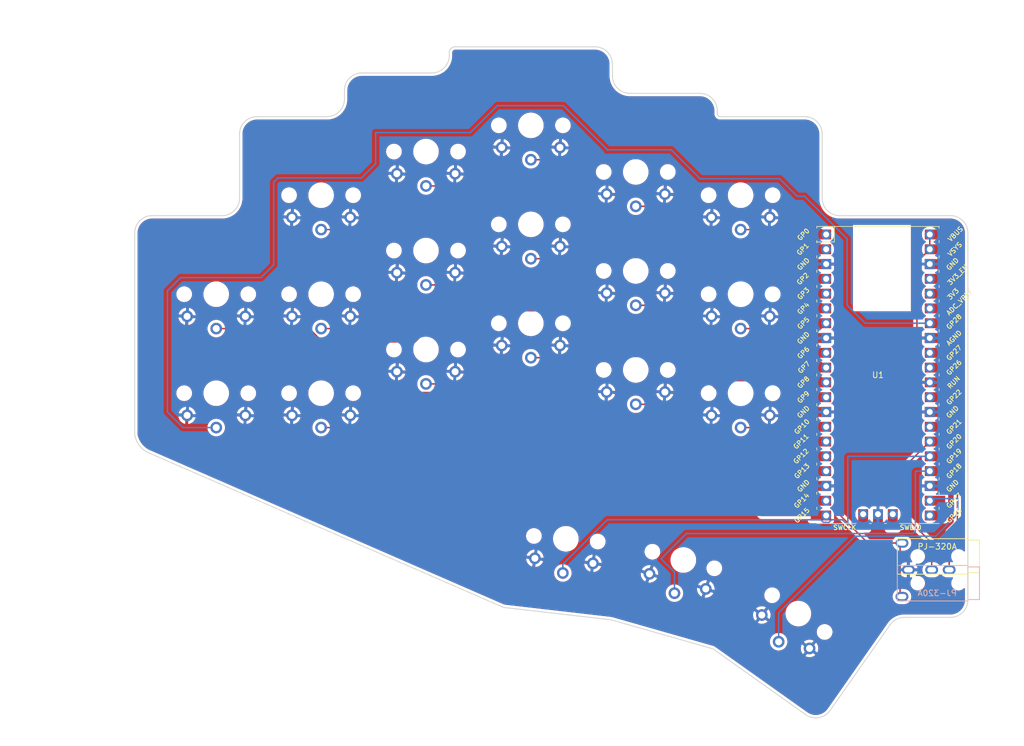
<source format=kicad_pcb>
(kicad_pcb (version 20211014) (generator pcbnew)
  (title_block (title "junkboard") (rev "v1.0.0") (company "Unknown"))
  (layers (0 "F.Cu" signal) (31 "B.Cu" signal) (34 "B.Paste" user) (35 "F.Paste" user) (36 "B.SilkS" user "B.Silkscreen") (37 "F.SilkS" user "F.Silkscreen") (38 "B.Mask" user) (39 "F.Mask" user) (44 "Edge.Cuts" user))
  (net 0 "")
  (net 1 "GND")
  (net 2 "/S1")
  (net 3 "/S2")
  (net 4 "/S3")
  (net 5 "/S4")
  (net 6 "/S5")
  (net 7 "/S6")
  (net 8 "/S7")
  (net 9 "/S8")
  (net 10 "/S9")
  (net 11 "/S10")
  (net 12 "/S11")
  (net 13 "/S12")
  (net 14 "/S13")
  (net 15 "/S14")
  (net 16 "/S15")
  (net 17 "/S16")
  (net 18 "/S17")
  (net 19 "/S18")
  (net 20 "/S19")
  (net 21 "/S20")
  (net 30 "/TX")
  (net 31 "/RX")
  (net 32 "VBUS")
  (footprint "chocReversible:Kailh-PG1350-1u-reversible" (layer "F.Cu") (at 178.47 159.93)
    (fp_text reference "S3")
    (fp_text value "SW" hide)
    (pad "" np_thru_hole circle (at 5.5 0 180) (size 1.7 1.7) (drill 1.7) (layers *.Cu *.Mask))
    (pad "" np_thru_hole circle (at 0 0 180) (size 3.4 3.4) (drill 3.4) (layers *.Cu *.Mask))
    (pad "" np_thru_hole circle (at -5.5 0 180) (size 1.7 1.7) (drill 1.7) (layers *.Cu *.Mask))
    (pad "1" thru_hole circle (at 0 5.9 180) (size 2 2) (drill 1.2) (layers *.Cu *.Mask) (net 4 "/S3"))
    (pad "2" thru_hole circle (at -5 3.8 41.9) (size 2 2) (drill 1.2) (layers *.Cu *.Mask) (net 1 "GND"))
    (pad "2" thru_hole circle (at 5 3.8 41.9) (size 2 2) (drill 1.2) (layers *.Cu *.Mask) (net 1 "GND"))
  )
  (footprint "keebio:TRRS-PJ-320A-dual" (layer "F.Cu") (at 289.46 190.26 -90)
    (fp_text reference "U2")
    (fp_text value "TRRS")
    (fp_text user "PJ-320A" (at 4 5.25) (layer "B.SilkS") (effects (justify mirror)))
    (fp_text user "PJ-320A" (at -4 5.25) (layer "F.SilkS"))
    (pad "" np_thru_hole circle locked (at -2.3 1.6 270) (size 1.5 1.5) (drill 1.5) (layers *.Cu *.Mask))
    (pad "" np_thru_hole circle locked (at -2.3 8.6 270) (size 1.5 1.5) (drill 1.5) (layers *.Cu *.Mask))
    (pad "" np_thru_hole circle locked (at 2.3 8.6 270) (size 1.5 1.5) (drill 1.5) (layers *.Cu *.Mask))
    (pad "" np_thru_hole circle locked (at 2.3 1.6 270) (size 1.5 1.5) (drill 1.5) (layers *.Cu *.Mask))
    (pad "1" thru_hole oval locked (at 4.6 11.3 270) (size 1.6 2.2) (drill oval 0.9 1.5) (layers *.Cu *.Mask) (net 32 "VBUS"))
    (pad "1" thru_hole oval locked (at -4.6 11.3 270) (size 1.6 2.2) (drill oval 0.9 1.5) (layers *.Cu *.Mask) (net 32 "VBUS"))
    (pad "2" thru_hole oval locked (at 0 10.2 270) (size 1.6 2.2) (drill oval 0.9 1.5) (layers *.Cu *.Mask) (net 1 "GND"))
    (pad "3" thru_hole oval locked (at 0 6.2 270) (size 1.6 2.2) (drill oval 0.9 1.5) (layers *.Cu *.Mask) (net 30 "/TX"))
    (pad "4" thru_hole oval locked (at 0 3.2 270) (size 1.6 2.2) (drill oval 0.9 1.5) (layers *.Cu *.Mask) (net 31 "/RX"))
  )
  (footprint "chocReversible:Kailh-PG1350-1u-reversible" (layer "F.Cu") (at 232.47 138.93)
    (fp_text reference "S13")
    (fp_text value "SW" hide)
    (pad "" np_thru_hole circle (at 5.5 0 180) (size 1.7 1.7) (drill 1.7) (layers *.Cu *.Mask))
    (pad "" np_thru_hole circle (at 0 0 180) (size 3.4 3.4) (drill 3.4) (layers *.Cu *.Mask))
    (pad "" np_thru_hole circle (at -5.5 0 180) (size 1.7 1.7) (drill 1.7) (layers *.Cu *.Mask))
    (pad "1" thru_hole circle (at 0 5.9 180) (size 2 2) (drill 1.2) (layers *.Cu *.Mask) (net 14 "/S13"))
    (pad "2" thru_hole circle (at -5 3.8 41.9) (size 2 2) (drill 1.2) (layers *.Cu *.Mask) (net 1 "GND"))
    (pad "2" thru_hole circle (at 5 3.8 41.9) (size 2 2) (drill 1.2) (layers *.Cu *.Mask) (net 1 "GND"))
  )
  (footprint "chocReversible:Kailh-PG1350-1u-reversible" (layer "F.Cu") (at 214.47 130.93)
    (fp_text reference "S10")
    (fp_text value "SW" hide)
    (pad "" np_thru_hole circle (at 5.5 0 180) (size 1.7 1.7) (drill 1.7) (layers *.Cu *.Mask))
    (pad "" np_thru_hole circle (at -5.5 0 180) (size 1.7 1.7) (drill 1.7) (layers *.Cu *.Mask))
    (pad "" np_thru_hole circle (at 0 0 180) (size 3.4 3.4) (drill 3.4) (layers *.Cu *.Mask))
    (pad "1" thru_hole circle (at 0 5.9 180) (size 2 2) (drill 1.2) (layers *.Cu *.Mask) (net 11 "/S10"))
    (pad "2" thru_hole circle (at -5 3.8 41.9) (size 2 2) (drill 1.2) (layers *.Cu *.Mask) (net 1 "GND"))
    (pad "2" thru_hole circle (at 5 3.8 41.9) (size 2 2) (drill 1.2) (layers *.Cu *.Mask) (net 1 "GND"))
  )
  (footprint "chocReversible:Kailh-PG1350-1u-reversible" (layer "F.Cu") (at 250.47 125.93)
    (fp_text reference "S17")
    (fp_text value "SW" hide)
    (pad "" np_thru_hole circle (at 0 0 180) (size 3.4 3.4) (drill 3.4) (layers *.Cu *.Mask))
    (pad "" np_thru_hole circle (at -5.5 0 180) (size 1.7 1.7) (drill 1.7) (layers *.Cu *.Mask))
    (pad "" np_thru_hole circle (at 5.5 0 180) (size 1.7 1.7) (drill 1.7) (layers *.Cu *.Mask))
    (pad "1" thru_hole circle (at 0 5.9 180) (size 2 2) (drill 1.2) (layers *.Cu *.Mask) (net 18 "/S17"))
    (pad "2" thru_hole circle (at 5 3.8 41.9) (size 2 2) (drill 1.2) (layers *.Cu *.Mask) (net 1 "GND"))
    (pad "2" thru_hole circle (at -5 3.8 41.9) (size 2 2) (drill 1.2) (layers *.Cu *.Mask) (net 1 "GND"))
  )
  (footprint "chocReversible:Kailh-PG1350-1u-reversible" (layer "F.Cu") (at 196.47 118.43)
    (fp_text reference "S8")
    (fp_text value "SW" hide)
    (pad "" np_thru_hole circle (at -5.5 0 180) (size 1.7 1.7) (drill 1.7) (layers *.Cu *.Mask))
    (pad "" np_thru_hole circle (at 5.5 0 180) (size 1.7 1.7) (drill 1.7) (layers *.Cu *.Mask))
    (pad "" np_thru_hole circle (at 0 0 180) (size 3.4 3.4) (drill 3.4) (layers *.Cu *.Mask))
    (pad "1" thru_hole circle (at 0 5.9 180) (size 2 2) (drill 1.2) (layers *.Cu *.Mask) (net 9 "/S8"))
    (pad "2" thru_hole circle (at -5 3.8 41.9) (size 2 2) (drill 1.2) (layers *.Cu *.Mask) (net 1 "GND"))
    (pad "2" thru_hole circle (at 5 3.8 41.9) (size 2 2) (drill 1.2) (layers *.Cu *.Mask) (net 1 "GND"))
  )
  (footprint "chocReversible:Kailh-PG1350-1u-reversible" (layer "F.Cu") (at 214.47 113.93)
    (fp_text reference "S11")
    (fp_text value "SW" hide)
    (pad "" np_thru_hole circle (at -5.5 0 180) (size 1.7 1.7) (drill 1.7) (layers *.Cu *.Mask))
    (pad "" np_thru_hole circle (at 5.5 0 180) (size 1.7 1.7) (drill 1.7) (layers *.Cu *.Mask))
    (pad "" np_thru_hole circle (at 0 0 180) (size 3.4 3.4) (drill 3.4) (layers *.Cu *.Mask))
    (pad "1" thru_hole circle (at 0 5.9 180) (size 2 2) (drill 1.2) (layers *.Cu *.Mask) (net 12 "/S11"))
    (pad "2" thru_hole circle (at -5 3.8 41.9) (size 2 2) (drill 1.2) (layers *.Cu *.Mask) (net 1 "GND"))
    (pad "2" thru_hole circle (at 5 3.8 41.9) (size 2 2) (drill 1.2) (layers *.Cu *.Mask) (net 1 "GND"))
  )
  (footprint "chocReversible:Kailh-PG1350-1u-reversible" (layer "F.Cu") (at 178.47 125.93)
    (fp_text reference "S5")
    (fp_text value "SW" hide)
    (pad "" np_thru_hole circle (at 5.5 0 180) (size 1.7 1.7) (drill 1.7) (layers *.Cu *.Mask))
    (pad "" np_thru_hole circle (at -5.5 0 180) (size 1.7 1.7) (drill 1.7) (layers *.Cu *.Mask))
    (pad "" np_thru_hole circle (at 0 0 180) (size 3.4 3.4) (drill 3.4) (layers *.Cu *.Mask))
    (pad "1" thru_hole circle (at 0 5.9 180) (size 2 2) (drill 1.2) (layers *.Cu *.Mask) (net 6 "/S5"))
    (pad "2" thru_hole circle (at -5 3.8 41.9) (size 2 2) (drill 1.2) (layers *.Cu *.Mask) (net 1 "GND"))
    (pad "2" thru_hole circle (at 5 3.8 41.9) (size 2 2) (drill 1.2) (layers *.Cu *.Mask) (net 1 "GND"))
  )
  (footprint "chocReversible:Kailh-PG1350-1u-reversible" (layer "F.Cu") (at 160.47 142.93)
    (fp_text reference "S2")
    (fp_text value "SW" hide)
    (pad "" np_thru_hole circle (at 0 0 180) (size 3.4 3.4) (drill 3.4) (layers *.Cu *.Mask))
    (pad "" np_thru_hole circle (at -5.5 0 180) (size 1.7 1.7) (drill 1.7) (layers *.Cu *.Mask))
    (pad "" np_thru_hole circle (at 5.5 0 180) (size 1.7 1.7) (drill 1.7) (layers *.Cu *.Mask))
    (pad "1" thru_hole circle (at 0 5.9 180) (size 2 2) (drill 1.2) (layers *.Cu *.Mask) (net 3 "/S2"))
    (pad "2" thru_hole circle (at 5 3.8 41.9) (size 2 2) (drill 1.2) (layers *.Cu *.Mask) (net 1 "GND"))
    (pad "2" thru_hole circle (at -5 3.8 41.9) (size 2 2) (drill 1.2) (layers *.Cu *.Mask) (net 1 "GND"))
  )
  (footprint "chocReversible:Kailh-PG1350-1u-reversible" (layer "F.Cu") (at 240.63998 188.575012 -15)
    (fp_text reference "S19")
    (fp_text value "SW" hide)
    (pad "" np_thru_hole circle (at -5.5 0 165) (size 1.7 1.7) (drill 1.7) (layers *.Cu *.Mask))
    (pad "" np_thru_hole circle (at 5.5 0 165) (size 1.7 1.7) (drill 1.7) (layers *.Cu *.Mask))
    (pad "" np_thru_hole circle (at 0 0 165) (size 3.4 3.4) (drill 3.4) (layers *.Cu *.Mask))
    (pad "1" thru_hole circle (at 0 5.9 165) (size 2 2) (drill 1.2) (layers *.Cu *.Mask) (net 20 "/S19"))
    (pad "2" thru_hole circle (at -5 3.8 26.9) (size 2 2) (drill 1.2) (layers *.Cu *.Mask) (net 1 "GND"))
    (pad "2" thru_hole circle (at 5 3.8 26.9) (size 2 2) (drill 1.2) (layers *.Cu *.Mask) (net 1 "GND"))
  )
  (footprint "chocReversible:Kailh-PG1350-1u-reversible" (layer "F.Cu") (at 196.47 152.43)
    (fp_text reference "S6")
    (fp_text value "SW" hide)
    (pad "" np_thru_hole circle (at 0 0 180) (size 3.4 3.4) (drill 3.4) (layers *.Cu *.Mask))
    (pad "" np_thru_hole circle (at 5.5 0 180) (size 1.7 1.7) (drill 1.7) (layers *.Cu *.Mask))
    (pad "" np_thru_hole circle (at -5.5 0 180) (size 1.7 1.7) (drill 1.7) (layers *.Cu *.Mask))
    (pad "1" thru_hole circle (at 0 5.9 180) (size 2 2) (drill 1.2) (layers *.Cu *.Mask) (net 7 "/S6"))
    (pad "2" thru_hole circle (at 5 3.8 41.9) (size 2 2) (drill 1.2) (layers *.Cu *.Mask) (net 1 "GND"))
    (pad "2" thru_hole circle (at -5 3.8 41.9) (size 2 2) (drill 1.2) (layers *.Cu *.Mask) (net 1 "GND"))
  )
  (footprint "chocReversible:Kailh-PG1350-1u-reversible" (layer "F.Cu") (at 250.47 142.93)
    (fp_text reference "S16")
    (fp_text value "SW" hide)
    (pad "" np_thru_hole circle (at 0 0 180) (size 3.4 3.4) (drill 3.4) (layers *.Cu *.Mask))
    (pad "" np_thru_hole circle (at -5.5 0 180) (size 1.7 1.7) (drill 1.7) (layers *.Cu *.Mask))
    (pad "" np_thru_hole circle (at 5.5 0 180) (size 1.7 1.7) (drill 1.7) (layers *.Cu *.Mask))
    (pad "1" thru_hole circle (at 0 5.9 180) (size 2 2) (drill 1.2) (layers *.Cu *.Mask) (net 17 "/S16"))
    (pad "2" thru_hole circle (at -5 3.8 41.9) (size 2 2) (drill 1.2) (layers *.Cu *.Mask) (net 1 "GND"))
    (pad "2" thru_hole circle (at 5 3.8 41.9) (size 2 2) (drill 1.2) (layers *.Cu *.Mask) (net 1 "GND"))
  )
  (footprint "chocReversible:Kailh-PG1350-1u-reversible" (layer "F.Cu") (at 260.379303 197.77961 -35)
    (fp_text reference "S20")
    (fp_text value "SW" hide)
    (pad "" np_thru_hole circle (at 0 0 145) (size 3.4 3.4) (drill 3.4) (layers *.Cu *.Mask))
    (pad "" np_thru_hole circle (at 5.5 0 145) (size 1.7 1.7) (drill 1.7) (layers *.Cu *.Mask))
    (pad "" np_thru_hole circle (at -5.5 0 145) (size 1.7 1.7) (drill 1.7) (layers *.Cu *.Mask))
    (pad "1" thru_hole circle (at 0 5.9 145) (size 2 2) (drill 1.2) (layers *.Cu *.Mask) (net 21 "/S20"))
    (pad "2" thru_hole circle (at 5 3.8 6.9) (size 2 2) (drill 1.2) (layers *.Cu *.Mask) (net 1 "GND"))
    (pad "2" thru_hole circle (at -5 3.8 6.9) (size 2 2) (drill 1.2) (layers *.Cu *.Mask) (net 1 "GND"))
  )
  (footprint "chocReversible:Kailh-PG1350-1u-reversible" (layer "F.Cu") (at 232.47 121.93)
    (fp_text reference "S14")
    (fp_text value "SW" hide)
    (pad "" np_thru_hole circle (at -5.5 0 180) (size 1.7 1.7) (drill 1.7) (layers *.Cu *.Mask))
    (pad "" np_thru_hole circle (at 5.5 0 180) (size 1.7 1.7) (drill 1.7) (layers *.Cu *.Mask))
    (pad "" np_thru_hole circle (at 0 0 180) (size 3.4 3.4) (drill 3.4) (layers *.Cu *.Mask))
    (pad "1" thru_hole circle (at 0 5.9 180) (size 2 2) (drill 1.2) (layers *.Cu *.Mask) (net 15 "/S14"))
    (pad "2" thru_hole circle (at -5 3.8 41.9) (size 2 2) (drill 1.2) (layers *.Cu *.Mask) (net 1 "GND"))
    (pad "2" thru_hole circle (at 5 3.8 41.9) (size 2 2) (drill 1.2) (layers *.Cu *.Mask) (net 1 "GND"))
  )
  (footprint "chocReversible:Kailh-PG1350-1u-reversible" (layer "F.Cu") (at 196.47 135.43)
    (fp_text reference "S7")
    (fp_text value "SW" hide)
    (pad "" np_thru_hole circle (at -5.5 0 180) (size 1.7 1.7) (drill 1.7) (layers *.Cu *.Mask))
    (pad "" np_thru_hole circle (at 5.5 0 180) (size 1.7 1.7) (drill 1.7) (layers *.Cu *.Mask))
    (pad "" np_thru_hole circle (at 0 0 180) (size 3.4 3.4) (drill 3.4) (layers *.Cu *.Mask))
    (pad "1" thru_hole circle (at 0 5.9 180) (size 2 2) (drill 1.2) (layers *.Cu *.Mask) (net 8 "/S7"))
    (pad "2" thru_hole circle (at 5 3.8 41.9) (size 2 2) (drill 1.2) (layers *.Cu *.Mask) (net 1 "GND"))
    (pad "2" thru_hole circle (at -5 3.8 41.9) (size 2 2) (drill 1.2) (layers *.Cu *.Mask) (net 1 "GND"))
  )
  (footprint "chocReversible:Kailh-PG1350-1u-reversible" (layer "F.Cu") (at 178.47 142.93)
    (fp_text reference "S4")
    (fp_text value "SW" hide)
    (pad "" np_thru_hole circle (at 0 0 180) (size 3.4 3.4) (drill 3.4) (layers *.Cu *.Mask))
    (pad "" np_thru_hole circle (at -5.5 0 180) (size 1.7 1.7) (drill 1.7) (layers *.Cu *.Mask))
    (pad "" np_thru_hole circle (at 5.5 0 180) (size 1.7 1.7) (drill 1.7) (layers *.Cu *.Mask))
    (pad "1" thru_hole circle (at 0 5.9 180) (size 2 2) (drill 1.2) (layers *.Cu *.Mask) (net 5 "/S4"))
    (pad "2" thru_hole circle (at 5 3.8 41.9) (size 2 2) (drill 1.2) (layers *.Cu *.Mask) (net 1 "GND"))
    (pad "2" thru_hole circle (at -5 3.8 41.9) (size 2 2) (drill 1.2) (layers *.Cu *.Mask) (net 1 "GND"))
  )
  (footprint "pico:RPi_Pico_SMD_TH" (layer "F.Cu") (at 274.04 156.8)
    (fp_text reference "U1" (at 0 0) (layer "F.SilkS"))
    (fp_text value "Pico")
    (fp_text user "GP21" (at 13.054 8.9 45) (layer "F.SilkS") (effects (font (size 0.8 0.8))))
    (fp_text user "GP18" (at 13.054 16.51 45) (layer "F.SilkS") (effects (font (size 0.8 0.8))))
    (fp_text user "AGND" (at 13.054 -6.35 45) (layer "F.SilkS") (effects (font (size 0.8 0.8))))
    (fp_text user "GP16" (at 13.054 24.13 45) (layer "F.SilkS") (effects (font (size 0.8 0.8))))
    (fp_text user "GP1" (at -12.9 -21.6 45) (layer "F.SilkS") (effects (font (size 0.8 0.8))))
    (fp_text user "GP15" (at -13.054 24.13 45) (layer "F.SilkS") (effects (font (size 0.8 0.8))))
    (fp_text user "GND" (at -12.8 19.05 45) (layer "F.SilkS") (effects (font (size 0.8 0.8))))
    (fp_text user "SWDIO" (at 5.6 26.2) (layer "F.SilkS") (effects (font (size 0.8 0.8))))
    (fp_text user "GND" (at 12.8 19.05 45) (layer "F.SilkS") (effects (font (size 0.8 0.8))))
    (fp_text user "GP11" (at -13.2 11.43 45) (layer "F.SilkS") (effects (font (size 0.8 0.8))))
    (fp_text user "RUN" (at 13 1.27 45) (layer "F.SilkS") (effects (font (size 0.8 0.8))))
    (fp_text user "GP22" (at 13.054 3.81 45) (layer "F.SilkS") (effects (font (size 0.8 0.8))))
    (fp_text user "GP28" (at 13.054 -9.144 45) (layer "F.SilkS") (effects (font (size 0.8 0.8))))
    (fp_text user "GND" (at -12.8 -6.35 45) (layer "F.SilkS") (effects (font (size 0.8 0.8))))
    (fp_text user "GP6" (at -12.8 -3.81 45) (layer "F.SilkS") (effects (font (size 0.8 0.8))))
    (fp_text user "ADC_VREF" (at 14 -12.5 45) (layer "F.SilkS") (effects (font (size 0.8 0.8))))
    (fp_text user "GP3" (at -12.8 -13.97 45) (layer "F.SilkS") (effects (font (size 0.8 0.8))))
    (fp_text user "GP8" (at -12.8 1.27 45) (layer "F.SilkS") (effects (font (size 0.8 0.8))))
    (fp_text user "GP12" (at -13.2 13.97 45) (layer "F.SilkS") (effects (font (size 0.8 0.8))))
    (fp_text user "VBUS" (at 13.3 -24.2 45) (layer "F.SilkS") (effects (font (size 0.8 0.8))))
    (fp_text user "GND" (at -12.8 6.35 45) (layer "F.SilkS") (effects (font (size 0.8 0.8))))
    (fp_text user "GND" (at 12.8 6.35 45) (layer "F.SilkS") (effects (font (size 0.8 0.8))))
    (fp_text user "GND" (at -12.8 -19.05 45) (layer "F.SilkS") (effects (font (size 0.8 0.8))))
    (fp_text user "3V3" (at 12.9 -13.9 45) (layer "F.SilkS") (effects (font (size 0.8 0.8))))
    (fp_text user "GP5" (at -12.8 -8.89 45) (layer "F.SilkS") (effects (font (size 0.8 0.8))))
    (fp_text user "GP17" (at 13.054 21.59 45) (layer "F.SilkS") (effects (font (size 0.8 0.8))))
    (fp_text user "GP4" (at -12.8 -11.43 45) (layer "F.SilkS") (effects (font (size 0.8 0.8))))
    (fp_text user "GP0" (at -12.8 -24.13 45) (layer "F.SilkS") (effects (font (size 0.8 0.8))))
    (fp_text user "GP19" (at 13.054 13.97 45) (layer "F.SilkS") (effects (font (size 0.8 0.8))))
    (fp_text user "GP20" (at 13.054 11.43 45) (layer "F.SilkS") (effects (font (size 0.8 0.8))))
    (fp_text user "GP14" (at -13.1 21.59 45) (layer "F.SilkS") (effects (font (size 0.8 0.8))))
    (fp_text user "GND" (at 12.8 -19.05 45) (layer "F.SilkS") (effects (font (size 0.8 0.8))))
    (fp_text user "GP10" (at -13.054 8.89 45) (layer "F.SilkS") (effects (font (size 0.8 0.8))))
    (fp_text user "GP13" (at -13.054 16.51 45) (layer "F.SilkS") (effects (font (size 0.8 0.8))))
    (fp_text user "GP9" (at -12.8 3.81 45) (layer "F.SilkS") (effects (font (size 0.8 0.8))))
    (fp_text user "GP2" (at -12.9 -16.51 45) (layer "F.SilkS") (effects (font (size 0.8 0.8))))
    (fp_text user "SWCLK" (at -5.7 26.2) (layer "F.SilkS") (effects (font (size 0.8 0.8))))
    (fp_text user "GP27" (at 13.054 -3.8 45) (layer "F.SilkS") (effects (font (size 0.8 0.8))))
    (fp_text user "GP7" (at -12.7 -1.3 45) (layer "F.SilkS") (effects (font (size 0.8 0.8))))
    (fp_text user "VSYS" (at 13.2 -21.59 45) (layer "F.SilkS") (effects (font (size 0.8 0.8))))
    (fp_text user "GP26" (at 13.054 -1.27 45) (layer "F.SilkS") (effects (font (size 0.8 0.8))))
    (fp_text user "3V3_EN" (at 13.7 -17.2 45) (layer "F.SilkS") (effects (font (size 0.8 0.8))))
    (pad "" np_thru_hole oval (at -2.425 -20.97) (size 1.5 1.5) (drill 1.5) (layers *.Cu *.Mask))
    (pad "" np_thru_hole oval (at 2.725 -24) (size 1.8 1.8) (drill 1.8) (layers *.Cu *.Mask))
    (pad "" np_thru_hole oval (at -2.725 -24) (size 1.8 1.8) (drill 1.8) (layers *.Cu *.Mask))
    (pad "" np_thru_hole oval (at 2.425 -20.97) (size 1.5 1.5) (drill 1.5) (layers *.Cu *.Mask))
    (pad "1" thru_hole oval (at -8.89 -24.13) (size 1.7 1.7) (drill 1.02) (layers *.Cu *.Mask) (net 18 "/S17"))
    (pad "1" smd rect (at -8.89 -24.13) (size 3.5 1.7) (drill (offset -0.9 0)) (layers "F.Cu" "F.Mask") (net 18 "/S17"))
    (pad "2" smd rect (at -8.89 -21.59) (size 3.5 1.7) (drill (offset -0.9 0)) (layers "F.Cu" "F.Mask") (net 15 "/S14"))
    (pad "2" thru_hole oval (at -8.89 -21.59) (size 1.7 1.7) (drill 1.02) (layers *.Cu *.Mask) (net 15 "/S14"))
    (pad "3" smd rect (at -8.89 -19.05) (size 3.5 1.7) (drill (offset -0.9 0)) (layers "F.Cu" "F.Mask") (net 1 "GND"))
    (pad "3" thru_hole rect (at -8.89 -19.05) (size 1.7 1.7) (drill 1.02) (layers *.Cu *.Mask) (net 1 "GND"))
    (pad "4" thru_hole oval (at -8.89 -16.51) (size 1.7 1.7) (drill 1.02) (layers *.Cu *.Mask) (net 12 "/S11"))
    (pad "4" smd rect (at -8.89 -16.51) (size 3.5 1.7) (drill (offset -0.9 0)) (layers "F.Cu" "F.Mask") (net 12 "/S11"))
    (pad "5" thru_hole oval (at -8.89 -13.97) (size 1.7 1.7) (drill 1.02) (layers *.Cu *.Mask) (net 9 "/S8"))
    (pad "5" smd rect (at -8.89 -13.97) (size 3.5 1.7) (drill (offset -0.9 0)) (layers "F.Cu" "F.Mask") (net 9 "/S8"))
    (pad "6" smd rect (at -8.89 -11.43) (size 3.5 1.7) (drill (offset -0.9 0)) (layers "F.Cu" "F.Mask") (net 6 "/S5"))
    (pad "6" thru_hole oval (at -8.89 -11.43) (size 1.7 1.7) (drill 1.02) (layers *.Cu *.Mask) (net 6 "/S5"))
    (pad "7" thru_hole oval (at -8.89 -8.89) (size 1.7 1.7) (drill 1.02) (layers *.Cu *.Mask) (net 17 "/S16"))
    (pad "7" smd rect (at -8.89 -8.89) (size 3.5 1.7) (drill (offset -0.9 0)) (layers "F.Cu" "F.Mask") (net 17 "/S16"))
    (pad "8" smd rect (at -8.89 -6.35) (size 3.5 1.7) (drill (offset -0.9 0)) (layers "F.Cu" "F.Mask") (net 1 "GND"))
    (pad "8" thru_hole rect (at -8.89 -6.35) (size 1.7 1.7) (drill 1.02) (layers *.Cu *.Mask) (net 1 "GND"))
    (pad "9" smd rect (at -8.89 -3.81) (size 3.5 1.7) (drill (offset -0.9 0)) (layers "F.Cu" "F.Mask") (net 14 "/S13"))
    (pad "9" thru_hole oval (at -8.89 -3.81) (size 1.7 1.7) (drill 1.02) (layers *.Cu *.Mask) (net 14 "/S13"))
    (pad "10" smd rect (at -8.89 -1.27) (size 3.5 1.7) (drill (offset -0.9 0)) (layers "F.Cu" "F.Mask") (net 11 "/S10"))
    (pad "10" thru_hole oval (at -8.89 -1.27) (size 1.7 1.7) (drill 1.02) (layers *.Cu *.Mask) (net 11 "/S10"))
    (pad "11" thru_hole oval (at -8.89 1.27) (size 1.7 1.7) (drill 1.02) (layers *.Cu *.Mask) (net 8 "/S7"))
    (pad "11" smd rect (at -8.89 1.27) (size 3.5 1.7) (drill (offset -0.9 0)) (layers "F.Cu" "F.Mask") (net 8 "/S7"))
    (pad "12" smd rect (at -8.89 3.81) (size 3.5 1.7) (drill (offset -0.9 0)) (layers "F.Cu" "F.Mask") (net 5 "/S4"))
    (pad "12" thru_hole oval (at -8.89 3.81) (size 1.7 1.7) (drill 1.02) (layers *.Cu *.Mask) (net 5 "/S4"))
    (pad "13" smd rect (at -8.89 6.35) (size 3.5 1.7) (drill (offset -0.9 0)) (layers "F.Cu" "F.Mask") (net 1 "GND"))
    (pad "13" thru_hole rect (at -8.89 6.35) (size 1.7 1.7) (drill 1.02) (layers *.Cu *.Mask) (net 1 "GND"))
    (pad "14" thru_hole oval (at -8.89 8.89) (size 1.7 1.7) (drill 1.02) (layers *.Cu *.Mask) (net 3 "/S2"))
    (pad "14" smd rect (at -8.89 8.89) (size 3.5 1.7) (drill (offset -0.9 0)) (layers "F.Cu" "F.Mask") (net 3 "/S2"))
    (pad "15" thru_hole oval (at -8.89 11.43) (size 1.7 1.7) (drill 1.02) (layers *.Cu *.Mask) (net 16 "/S15"))
    (pad "15" smd rect (at -8.89 11.43) (size 3.5 1.7) (drill (offset -0.9 0)) (layers "F.Cu" "F.Mask") (net 16 "/S15"))
    (pad "16" smd rect (at -8.89 13.97) (size 3.5 1.7) (drill (offset -0.9 0)) (layers "F.Cu" "F.Mask") (net 13 "/S12"))
    (pad "16" thru_hole oval (at -8.89 13.97) (size 1.7 1.7) (drill 1.02) (layers *.Cu *.Mask) (net 13 "/S12"))
    (pad "17" smd rect (at -8.89 16.51) (size 3.5 1.7) (drill (offset -0.9 0)) (layers "F.Cu" "F.Mask") (net 10 "/S9"))
    (pad "17" thru_hole oval (at -8.89 16.51) (size 1.7 1.7) (drill 1.02) (layers *.Cu *.Mask) (net 10 "/S9"))
    (pad "18" thru_hole rect (at -8.89 19.05) (size 1.7 1.7) (drill 1.02) (layers *.Cu *.Mask) (net 1 "GND"))
    (pad "18" smd rect (at -8.89 19.05) (size 3.5 1.7) (drill (offset -0.9 0)) (layers "F.Cu" "F.Mask") (net 1 "GND"))
    (pad "19" thru_hole oval (at -8.89 21.59) (size 1.7 1.7) (drill 1.02) (layers *.Cu *.Mask) (net 7 "/S6"))
    (pad "19" smd rect (at -8.89 21.59) (size 3.5 1.7) (drill (offset -0.9 0)) (layers "F.Cu" "F.Mask") (net 7 "/S6"))
    (pad "20" smd rect (at -8.89 24.13) (size 3.5 1.7) (drill (offset -0.9 0)) (layers "F.Cu" "F.Mask") (net 4 "/S3"))
    (pad "20" thru_hole oval (at -8.89 24.13) (size 1.7 1.7) (drill 1.02) (layers *.Cu *.Mask) (net 4 "/S3"))
    (pad "21" thru_hole oval (at 8.89 24.13) (size 1.7 1.7) (drill 1.02) (layers *.Cu *.Mask))
    (pad "21" smd rect (at 8.89 24.13) (size 3.5 1.7) (drill (offset 0.9 0)) (layers "F.Cu" "F.Mask"))
    (pad "22" thru_hole oval (at 8.89 21.59) (size 1.7 1.7) (drill 1.02) (layers *.Cu *.Mask) (net 21 "/S20"))
    (pad "22" smd rect (at 8.89 21.59) (size 3.5 1.7) (drill (offset 0.9 0)) (layers "F.Cu" "F.Mask") (net 21 "/S20"))
    (pad "23" smd rect (at 8.89 19.05) (size 3.5 1.7) (drill (offset 0.9 0)) (layers "F.Cu" "F.Mask") (net 1 "GND"))
    (pad "23" thru_hole rect (at 8.89 19.05) (size 1.7 1.7) (drill 1.02) (layers *.Cu *.Mask) (net 1 "GND"))
    (pad "24" thru_hole oval (at 8.89 16.51) (size 1.7 1.7) (drill 1.02) (layers *.Cu *.Mask) (net 20 "/S19"))
    (pad "24" smd rect (at 8.89 16.51) (size 3.5 1.7) (drill (offset 0.9 0)) (layers "F.Cu" "F.Mask") (net 20 "/S19"))
    (pad "25" smd rect (at 8.89 13.97) (size 3.5 1.7) (drill (offset 0.9 0)) (layers "F.Cu" "F.Mask") (net 19 "/S18"))
    (pad "25" thru_hole oval (at 8.89 13.97) (size 1.7 1.7) (drill 1.02) (layers *.Cu *.Mask) (net 19 "/S18"))
    (pad "26" smd rect (at 8.89 11.43) (size 3.5 1.7) (drill (offset 0.9 0)) (layers "F.Cu" "F.Mask") (net 30 "/TX"))
    (pad "26" thru_hole oval (at 8.89 11.43) (size 1.7 1.7) (drill 1.02) (layers *.Cu *.Mask) (net 30 "/TX"))
    (pad "27" thru_hole oval (at 8.89 8.89) (size 1.7 1.7) (drill 1.02) (layers *.Cu *.Mask) (net 31 "/RX"))
    (pad "27" smd rect (at 8.89 8.89) (size 3.5 1.7) (drill (offset 0.9 0)) (layers "F.Cu" "F.Mask") (net 31 "/RX"))
    (pad "28" thru_hole rect (at 8.89 6.35) (size 1.7 1.7) (drill 1.02) (layers *.Cu *.Mask) (net 1 "GND"))
    (pad "28" smd rect (at 8.89 6.35) (size 3.5 1.7) (drill (offset 0.9 0)) (layers "F.Cu" "F.Mask") (net 1 "GND"))
    (pad "29" thru_hole oval (at 8.89 3.81) (size 1.7 1.7) (drill 1.02) (layers *.Cu *.Mask))
    (pad "29" smd rect (at 8.89 3.81) (size 3.5 1.7) (drill (offset 0.9 0)) (layers "F.Cu" "F.Mask"))
    (pad "30" thru_hole oval (at 8.89 1.27) (size 1.7 1.7) (drill 1.02) (layers *.Cu *.Mask) (net 1 "GND"))
    (pad "30" smd rect (at 8.89 1.27) (size 3.5 1.7) (drill (offset 0.9 0)) (layers "F.Cu" "F.Mask") (net 1 "GND"))
    (pad "31" smd rect (at 8.89 -1.27) (size 3.5 1.7) (drill (offset 0.9 0)) (layers "F.Cu" "F.Mask"))
    (pad "31" thru_hole oval (at 8.89 -1.27) (size 1.7 1.7) (drill 1.02) (layers *.Cu *.Mask))
    (pad "32" smd rect (at 8.89 -3.81) (size 3.5 1.7) (drill (offset 0.9 0)) (layers "F.Cu" "F.Mask"))
    (pad "32" thru_hole oval (at 8.89 -3.81) (size 1.7 1.7) (drill 1.02) (layers *.Cu *.Mask))
    (pad "33" thru_hole rect (at 8.89 -6.35) (size 1.7 1.7) (drill 1.02) (layers *.Cu *.Mask) (net 1 "GND"))
    (pad "33" smd rect (at 8.89 -6.35) (size 3.5 1.7) (drill (offset 0.9 0)) (layers "F.Cu" "F.Mask") (net 1 "GND"))
    (pad "34" smd rect (at 8.89 -8.89) (size 3.5 1.7) (drill (offset 0.9 0)) (layers "F.Cu" "F.Mask") (net 2 "/S1"))
    (pad "34" thru_hole oval (at 8.89 -8.89) (size 1.7 1.7) (drill 1.02) (layers *.Cu *.Mask) (net 2 "/S1"))
    (pad "35" thru_hole oval (at 8.89 -11.43) (size 1.7 1.7) (drill 1.02) (layers *.Cu *.Mask))
    (pad "35" smd rect (at 8.89 -11.43) (size 3.5 1.7) (drill (offset 0.9 0)) (layers "F.Cu" "F.Mask"))
    (pad "36" thru_hole oval (at 8.89 -13.97) (size 1.7 1.7) (drill 1.02) (layers *.Cu *.Mask))
    (pad "36" smd rect (at 8.89 -13.97) (size 3.5 1.7) (drill (offset 0.9 0)) (layers "F.Cu" "F.Mask"))
    (pad "37" smd rect (at 8.89 -16.51) (size 3.5 1.7) (drill (offset 0.9 0)) (layers "F.Cu" "F.Mask"))
    (pad "37" thru_hole oval (at 8.89 -16.51) (size 1.7 1.7) (drill 1.02) (layers *.Cu *.Mask))
    (pad "38" smd rect (at 8.89 -19.05) (size 3.5 1.7) (drill (offset 0.9 0)) (layers "F.Cu" "F.Mask") (net 1 "GND"))
    (pad "38" thru_hole rect (at 8.89 -19.05) (size 1.7 1.7) (drill 1.02) (layers *.Cu *.Mask) (net 1 "GND"))
    (pad "39" smd rect (at 8.89 -21.59) (size 3.5 1.7) (drill (offset 0.9 0)) (layers "F.Cu" "F.Mask") (net 32 "VBUS"))
    (pad "39" thru_hole oval (at 8.89 -21.59) (size 1.7 1.7) (drill 1.02) (layers *.Cu *.Mask) (net 32 "VBUS"))
    (pad "40" thru_hole oval (at 8.89 -24.13) (size 1.7 1.7) (drill 1.02) (layers *.Cu *.Mask) (net 32 "VBUS"))
    (pad "40" smd rect (at 8.89 -24.13) (size 3.5 1.7) (drill (offset 0.9 0)) (layers "F.Cu" "F.Mask") (net 32 "VBUS"))
    (pad "41" thru_hole oval (at -2.54 23.9) (size 1.7 1.7) (drill 1.02) (layers *.Cu *.Mask))
    (pad "41" smd rect (at -2.54 23.9 90) (size 3.5 1.7) (drill (offset -0.9 0)) (layers "F.Cu" "F.Mask"))
    (pad "42" thru_hole rect (at 0 23.9) (size 1.7 1.7) (drill 1.02) (layers *.Cu *.Mask) (net 1 "GND"))
    (pad "42" smd rect (at 0 23.9 90) (size 3.5 1.7) (drill (offset -0.9 0)) (layers "F.Cu" "F.Mask") (net 1 "GND"))
    (pad "43" thru_hole oval (at 2.54 23.9) (size 1.7 1.7) (drill 1.02) (layers *.Cu *.Mask))
    (pad "43" smd rect (at 2.54 23.9 90) (size 3.5 1.7) (drill (offset -0.9 0)) (layers "F.Cu" "F.Mask"))
  )
  (footprint "chocReversible:Kailh-PG1350-1u-reversible" (layer "F.Cu") (at 214.47 147.93)
    (fp_text reference "S9")
    (fp_text value "SW" hide)
    (pad "" np_thru_hole circle (at 0 0 180) (size 3.4 3.4) (drill 3.4) (layers *.Cu *.Mask))
    (pad "" np_thru_hole circle (at 5.5 0 180) (size 1.7 1.7) (drill 1.7) (layers *.Cu *.Mask))
    (pad "" np_thru_hole circle (at -5.5 0 180) (size 1.7 1.7) (drill 1.7) (layers *.Cu *.Mask))
    (pad "1" thru_hole circle (at 0 5.9 180) (size 2 2) (drill 1.2) (layers *.Cu *.Mask) (net 10 "/S9"))
    (pad "2" thru_hole circle (at -5 3.8 41.9) (size 2 2) (drill 1.2) (layers *.Cu *.Mask) (net 1 "GND"))
    (pad "2" thru_hole circle (at 5 3.8 41.9) (size 2 2) (drill 1.2) (layers *.Cu *.Mask) (net 1 "GND"))
  )
  (footprint "chocReversible:Kailh-PG1350-1u-reversible" (layer "F.Cu") (at 250.47 159.93)
    (fp_text reference "S15")
    (fp_text value "SW" hide)
    (pad "" np_thru_hole circle (at -5.5 0 180) (size 1.7 1.7) (drill 1.7) (layers *.Cu *.Mask))
    (pad "" np_thru_hole circle (at 0 0 180) (size 3.4 3.4) (drill 3.4) (layers *.Cu *.Mask))
    (pad "" np_thru_hole circle (at 5.5 0 180) (size 1.7 1.7) (drill 1.7) (layers *.Cu *.Mask))
    (pad "1" thru_hole circle (at 0 5.9 180) (size 2 2) (drill 1.2) (layers *.Cu *.Mask) (net 16 "/S15"))
    (pad "2" thru_hole circle (at 5 3.8 41.9) (size 2 2) (drill 1.2) (layers *.Cu *.Mask) (net 1 "GND"))
    (pad "2" thru_hole circle (at -5 3.8 41.9) (size 2 2) (drill 1.2) (layers *.Cu *.Mask) (net 1 "GND"))
  )
  (footprint "chocReversible:Kailh-PG1350-1u-reversible" (layer "F.Cu") (at 220.47 184.93 -5)
    (fp_text reference "S18")
    (fp_text value "SW" hide)
    (pad "" np_thru_hole circle (at 0 0 175) (size 3.4 3.4) (drill 3.4) (layers *.Cu *.Mask))
    (pad "" np_thru_hole circle (at -5.5 0 175) (size 1.7 1.7) (drill 1.7) (layers *.Cu *.Mask))
    (pad "" np_thru_hole circle (at 5.5 0 175) (size 1.7 1.7) (drill 1.7) (layers *.Cu *.Mask))
    (pad "1" thru_hole circle (at 0 5.9 175) (size 2 2) (drill 1.2) (layers *.Cu *.Mask) (net 19 "/S18"))
    (pad "2" thru_hole circle (at -5 3.8 36.9) (size 2 2) (drill 1.2) (layers *.Cu *.Mask) (net 1 "GND"))
    (pad "2" thru_hole circle (at 5 3.8 36.9) (size 2 2) (drill 1.2) (layers *.Cu *.Mask) (net 1 "GND"))
  )
  (footprint "chocReversible:Kailh-PG1350-1u-reversible" (layer "F.Cu") (at 232.47 155.93)
    (fp_text reference "S12")
    (fp_text value "SW" hide)
    (pad "" np_thru_hole circle (at -5.5 0 180) (size 1.7 1.7) (drill 1.7) (layers *.Cu *.Mask))
    (pad "" np_thru_hole circle (at 0 0 180) (size 3.4 3.4) (drill 3.4) (layers *.Cu *.Mask))
    (pad "" np_thru_hole circle (at 5.5 0 180) (size 1.7 1.7) (drill 1.7) (layers *.Cu *.Mask))
    (pad "1" thru_hole circle (at 0 5.9 180) (size 2 2) (drill 1.2) (layers *.Cu *.Mask) (net 13 "/S12"))
    (pad "2" thru_hole circle (at 5 3.8 41.9) (size 2 2) (drill 1.2) (layers *.Cu *.Mask) (net 1 "GND"))
    (pad "2" thru_hole circle (at -5 3.8 41.9) (size 2 2) (drill 1.2) (layers *.Cu *.Mask) (net 1 "GND"))
  )
  (footprint "chocReversible:Kailh-PG1350-1u-reversible" (layer "F.Cu") (at 160.47 159.93)
    (fp_text reference "S1")
    (fp_text value "SW" hide)
    (pad "" np_thru_hole circle (at -5.5 0 180) (size 1.7 1.7) (drill 1.7) (layers *.Cu *.Mask))
    (pad "" np_thru_hole circle (at 0 0 180) (size 3.4 3.4) (drill 3.4) (layers *.Cu *.Mask))
    (pad "" np_thru_hole circle (at 5.5 0 180) (size 1.7 1.7) (drill 1.7) (layers *.Cu *.Mask))
    (pad "1" thru_hole circle (at 0 5.9 180) (size 2 2) (drill 1.2) (layers *.Cu *.Mask) (net 2 "/S1"))
    (pad "2" thru_hole circle (at -5 3.8 41.9) (size 2 2) (drill 1.2) (layers *.Cu *.Mask) (net 1 "GND"))
    (pad "2" thru_hole circle (at 5 3.8 41.9) (size 2 2) (drill 1.2) (layers *.Cu *.Mask) (net 1 "GND"))
  )
  (gr_line (start 164.47 126.43) (end 164.47 115.43) (layer "Edge.Cuts") (width 0.15))
  (gr_arc (start 164.47 126.43) (mid 163.59132 128.55132) (end 161.47 129.43) (layer "Edge.Cuts") (width 0.15))
  (gr_line (start 265.824879 214.410776) (end 276.118984 199.709271) (layer "Edge.Cuts") (width 0.15))
  (gr_arc (start 265.824879 214.410776) (mid 263.888363 215.644466) (end 261.646694 215.147503) (layer "Edge.Cuts") (width 0.15))
  (gr_arc (start 225.47 100.43) (mid 227.59132 101.30868) (end 228.47 103.43) (layer "Edge.Cuts") (width 0.15))
  (gr_arc (start 164.47 115.43) (mid 165.34868 113.30868) (end 167.47 112.43) (layer "Edge.Cuts") (width 0.15))
  (gr_arc (start 149.188983 170.299661) (mid 147.393866 169.039905) (end 146.47 167.05) (layer "Edge.Cuts") (width 0.15))
  (gr_arc (start 200.47 101.93) (mid 199.59132 104.05132) (end 197.47 104.93) (layer "Edge.Cuts") (width 0.15))
  (gr_line (start 289.47 195.43) (end 289.47 132.43) (layer "Edge.Cuts") (width 0.15))
  (gr_arc (start 261.47 112.43) (mid 263.59132 113.30868) (end 264.47 115.43) (layer "Edge.Cuts") (width 0.15))
  (gr_line (start 149.47 129.43) (end 161.47 129.43) (layer "Edge.Cuts") (width 0.15))
  (gr_line (start 201.47 100.43) (end 225.47 100.43) (layer "Edge.Cuts") (width 0.15))
  (gr_arc (start 243.47 108.43) (mid 245.59132 109.30868) (end 246.47 111.43) (layer "Edge.Cuts") (width 0.15))
  (gr_arc (start 146.47 132.43) (mid 147.34868 130.30868) (end 149.47 129.43) (layer "Edge.Cuts") (width 0.15))
  (gr_line (start 209.78 196.72) (end 149.188983 170.299661) (layer "Edge.Cuts") (width 0.15))
  (gr_arc (start 182.47 109.43) (mid 181.59132 111.55132) (end 179.47 112.43) (layer "Edge.Cuts") (width 0.15))
  (gr_line (start 200.47 101.93) (end 200.47 101.43) (layer "Edge.Cuts") (width 0.15))
  (gr_arc (start 200.47 101.43) (mid 200.762893 100.722893) (end 201.47 100.43) (layer "Edge.Cuts") (width 0.15))
  (gr_arc (start 231.47 108.43) (mid 229.34868 107.55132) (end 228.47 105.43) (layer "Edge.Cuts") (width 0.15))
  (gr_line (start 182.47 109.43) (end 182.47 107.93) (layer "Edge.Cuts") (width 0.15))
  (gr_line (start 167.47 112.43) (end 179.47 112.43) (layer "Edge.Cuts") (width 0.15))
  (gr_line (start 267.47 129.43) (end 286.47 129.43) (layer "Edge.Cuts") (width 0.15))
  (gr_line (start 209.78 196.72) (end 228.25 198.85) (layer "Edge.Cuts") (width 0.15))
  (gr_line (start 231.47 108.43) (end 243.47 108.43) (layer "Edge.Cuts") (width 0.15))
  (gr_line (start 185.47 104.93) (end 197.47 104.93) (layer "Edge.Cuts") (width 0.15))
  (gr_line (start 286.47 198.43) (end 278.57644 198.43) (layer "Edge.Cuts") (width 0.15))
  (gr_line (start 245.71 203.83) (end 261.646694 215.147503) (layer "Edge.Cuts") (width 0.15))
  (gr_arc (start 267.47 129.43) (mid 265.34868 128.55132) (end 264.47 126.43) (layer "Edge.Cuts") (width 0.15))
  (gr_arc (start 289.47 195.43) (mid 288.59132 197.55132) (end 286.47 198.43) (layer "Edge.Cuts") (width 0.15))
  (gr_line (start 228.47 103.43) (end 228.47 105.43) (layer "Edge.Cuts") (width 0.15))
  (gr_arc (start 182.47 107.93) (mid 183.34868 105.80868) (end 185.47 104.93) (layer "Edge.Cuts") (width 0.15))
  (gr_arc (start 286.47 129.43) (mid 288.59132 130.30868) (end 289.47 132.43) (layer "Edge.Cuts") (width 0.15))
  (gr_line (start 146.47 167.05) (end 146.47 132.43) (layer "Edge.Cuts") (width 0.15))
  (gr_arc (start 276.118984 199.709271) (mid 277.191197 198.768982) (end 278.57644 198.43) (layer "Edge.Cuts") (width 0.15))
  (gr_line (start 246.47 111.43) (end 246.47 111.93) (layer "Edge.Cuts") (width 0.15))
  (gr_arc (start 246.97 112.43) (mid 246.616447 112.283553) (end 246.47 111.93) (layer "Edge.Cuts") (width 0.15))
  (gr_line (start 228.25 198.85) (end 245.71 203.83) (layer "Edge.Cuts") (width 0.15))
  (gr_line (start 264.47 126.43) (end 264.47 115.43) (layer "Edge.Cuts") (width 0.15))
  (gr_line (start 246.97 112.43) (end 261.47 112.43) (layer "Edge.Cuts") (width 0.15))
  (segment (start 227.56 118.19) (end 227.613987 118.136013) (width 0.25) (layer "B.Cu") (net 2))
  (segment (start 243.53 123.1) (end 257.17 123.1) (width 0.25) (layer "B.Cu") (net 2))
  (segment (start 152.1 142.335175) (end 154.355175 140.08) (width 0.25) (layer "B.Cu") (net 2))
  (segment (start 227.56 118.055175) (end 227.56 118.19) (width 0.25) (layer "B.Cu") (net 2))
  (segment (start 238.566013 118.136013) (end 243.53 123.1) (width 0.25) (layer "B.Cu") (net 2))
  (segment (start 220.044825 110.54) (end 227.56 118.055175) (width 0.25) (layer "B.Cu") (net 2))
  (segment (start 260.18 126.11) (end 261.44 126.11) (width 0.25) (layer "B.Cu") (net 2))
  (segment (start 208.72 110.54) (end 220.044825 110.54) (width 0.25) (layer "B.Cu") (net 2))
  (segment (start 171.06 122.96) (end 185.38 122.96) (width 0.25) (layer "B.Cu") (net 2))
  (segment (start 257.17 123.1) (end 260.18 126.11) (width 0.25) (layer "B.Cu") (net 2))
  (segment (start 204.08 115.18) (end 208.72 110.54) (width 0.25) (layer "B.Cu") (net 2))
  (segment (start 170.33 123.69) (end 171.06 122.96) (width 0.25) (layer "B.Cu") (net 2))
  (segment (start 187.83 120.51) (end 187.83 115.18) (width 0.25) (layer "B.Cu") (net 2))
  (segment (start 268.74 133.41) (end 268.74 144.8) (width 0.25) (layer "B.Cu") (net 2))
  (segment (start 187.83 115.18) (end 204.08 115.18) (width 0.25) (layer "B.Cu") (net 2))
  (segment (start 170.33 137.9) (end 170.33 123.69) (width 0.25) (layer "B.Cu") (net 2))
  (segment (start 168.15 140.08) (end 170.33 137.9) (width 0.25) (layer "B.Cu") (net 2))
  (segment (start 185.38 122.96) (end 187.83 120.51) (width 0.25) (layer "B.Cu") (net 2))
  (segment (start 268.74 144.8) (end 271.85 147.91) (width 0.25) (layer "B.Cu") (net 2))
  (segment (start 154.355175 140.08) (end 168.15 140.08) (width 0.25) (layer "B.Cu") (net 2))
  (segment (start 227.613987 118.136013) (end 238.566013 118.136013) (width 0.25) (layer "B.Cu") (net 2))
  (segment (start 271.85 147.91) (end 282.93 147.91) (width 0.25) (layer "B.Cu") (net 2))
  (segment (start 261.44 126.11) (end 268.74 133.41) (width 0.25) (layer "B.Cu") (net 2))
  (segment (start 160.47 165.83) (end 154.76 165.83) (width 0.25) (layer "B.Cu") (net 2))
  (segment (start 154.76 165.83) (end 152.1 163.17) (width 0.25) (layer "B.Cu") (net 2))
  (segment (start 152.1 163.17) (end 152.1 142.335175) (width 0.25) (layer "B.Cu") (net 2))
  (segment (start 254.12 161.84) (end 258.19 161.84) (width 0.25) (layer "F.Cu") (net 3))
  (segment (start 199.96 145.76) (end 221.75 145.76) (width 0.25) (layer "F.Cu") (net 3))
  (segment (start 240.648418 153.59) (end 249.498418 162.44) (width 0.25) (layer "F.Cu") (net 3))
  (segment (start 176.44 148.83) (end 178.72 151.11) (width 0.25) (layer "F.Cu") (net 3))
  (segment (start 258.19 161.84) (end 262.04 165.69) (width 0.25) (layer "F.Cu") (net 3))
  (segment (start 178.72 151.11) (end 194.61 151.11) (width 0.25) (layer "F.Cu") (net 3))
  (segment (start 226.648418 153.59) (end 240.648418 153.59) (width 0.25) (layer "F.Cu") (net 3))
  (segment (start 160.47 148.83) (end 176.44 148.83) (width 0.25) (layer "F.Cu") (net 3))
  (segment (start 194.61 151.11) (end 199.96 145.76) (width 0.25) (layer "F.Cu") (net 3))
  (segment (start 221.75 148.691582) (end 226.648418 153.59) (width 0.25) (layer "F.Cu") (net 3))
  (segment (start 221.75 145.76) (end 221.75 148.691582) (width 0.25) (layer "F.Cu") (net 3))
  (segment (start 249.498418 162.44) (end 253.52 162.44) (width 0.25) (layer "F.Cu") (net 3))
  (segment (start 253.52 162.44) (end 254.12 161.84) (width 0.25) (layer "F.Cu") (net 3))
  (segment (start 262.04 165.69) (end 265.15 165.69) (width 0.25) (layer "F.Cu") (net 3))
  (segment (start 190.82 159.81) (end 220.71 159.81) (width 0.25) (layer "F.Cu") (net 4))
  (segment (start 184.8 165.83) (end 190.82 159.81) (width 0.25) (layer "F.Cu") (net 4))
  (segment (start 241.98 168.83) (end 254.08 180.93) (width 0.25) (layer "F.Cu") (net 4))
  (segment (start 254.08 180.93) (end 265.15 180.93) (width 0.25) (layer "F.Cu") (net 4))
  (segment (start 229.73 168.83) (end 241.98 168.83) (width 0.25) (layer "F.Cu") (net 4))
  (segment (start 178.47 165.83) (end 184.8 165.83) (width 0.25) (layer "F.Cu") (net 4))
  (segment (start 220.71 159.81) (end 229.73 168.83) (width 0.25) (layer "F.Cu") (net 4))
  (segment (start 198.57 142.17) (end 195.685 145.055) (width 0.25) (layer "F.Cu") (net 5))
  (segment (start 259.55 160.61) (end 256.71 157.77) (width 0.25) (layer "F.Cu") (net 5))
  (segment (start 249.35 157.77) (end 244.72 153.14) (width 0.25) (layer "F.Cu") (net 5))
  (segment (start 244.72 153.14) (end 231.61 153.14) (width 0.25) (layer "F.Cu") (net 5))
  (segment (start 256.71 157.77) (end 249.35 157.77) (width 0.25) (layer "F.Cu") (net 5))
  (segment (start 189.935 145.055) (end 186.16 148.83) (width 0.25) (layer "F.Cu") (net 5))
  (segment (start 231.61 153.14) (end 220.64 142.17) (width 0.25) (layer "F.Cu") (net 5))
  (segment (start 186.16 148.83) (end 178.47 148.83) (width 0.25) (layer "F.Cu") (net 5))
  (segment (start 195.685 145.055) (end 189.935 145.055) (width 0.25) (layer "F.Cu") (net 5))
  (segment (start 220.64 142.17) (end 198.57 142.17) (width 0.25) (layer "F.Cu") (net 5))
  (segment (start 265.15 160.61) (end 259.55 160.61) (width 0.25) (layer "F.Cu") (net 5))
  (segment (start 238.4 133.4) (end 247.76 142.76) (width 0.25) (layer "F.Cu") (net 6))
  (segment (start 227.96 133.4) (end 238.4 133.4) (width 0.25) (layer "F.Cu") (net 6))
  (segment (start 205.37 126.2) (end 207.35 124.22) (width 0.25) (layer "F.Cu") (net 6))
  (segment (start 207.35 123.39) (end 217.95 123.39) (width 0.25) (layer "F.Cu") (net 6))
  (segment (start 207.35 124.22) (end 207.35 123.39) (width 0.25) (layer "F.Cu") (net 6))
  (segment (start 264.33 144.55) (end 265.15 145.37) (width 0.25) (layer "F.Cu") (net 6))
  (segment (start 217.95 123.39) (end 227.96 133.4) (width 0.25) (layer "F.Cu") (net 6))
  (segment (start 247.76 142.76) (end 247.76 145.45) (width 0.25) (layer "F.Cu") (net 6))
  (segment (start 194.43 126.2) (end 205.37 126.2) (width 0.25) (layer "F.Cu") (net 6))
  (segment (start 178.47 131.83) (end 188.8 131.83) (width 0.25) (layer "F.Cu") (net 6))
  (segment (start 253.82 144.55) (end 264.33 144.55) (width 0.25) (layer "F.Cu") (net 6))
  (segment (start 252.92 145.45) (end 253.82 144.55) (width 0.25) (layer "F.Cu") (net 6))
  (segment (start 188.8 131.83) (end 194.43 126.2) (width 0.25) (layer "F.Cu") (net 6))
  (segment (start 247.76 145.45) (end 252.92 145.45) (width 0.25) (layer "F.Cu") (net 6))
  (segment (start 241.66 166.68) (end 253.37 178.39) (width 0.25) (layer "F.Cu") (net 7))
  (segment (start 218.61 155.71) (end 229.58 166.68) (width 0.25) (layer "F.Cu") (net 7))
  (segment (start 253.37 178.39) (end 265.15 178.39) (width 0.25) (layer "F.Cu") (net 7))
  (segment (start 229.58 166.68) (end 241.66 166.68) (width 0.25) (layer "F.Cu") (net 7))
  (segment (start 205.37 155.71) (end 218.61 155.71) (width 0.25) (layer "F.Cu") (net 7))
  (segment (start 196.47 158.33) (end 202.75 158.33) (width 0.25) (layer "F.Cu") (net 7))
  (segment (start 202.75 158.33) (end 205.37 155.71) (width 0.25) (layer "F.Cu") (net 7))
  (segment (start 205.23 139.15) (end 219.16 139.15) (width 0.25) (layer "F.Cu") (net 8))
  (segment (start 249.79 156.88) (end 263.96 156.88) (width 0.25) (layer "F.Cu") (net 8))
  (segment (start 196.47 141.33) (end 203.05 141.33) (width 0.25) (layer "F.Cu") (net 8))
  (segment (start 263.96 156.88) (end 265.15 158.07) (width 0.25) (layer "F.Cu") (net 8))
  (segment (start 242.83 149.92) (end 249.79 156.88) (width 0.25) (layer "F.Cu") (net 8))
  (segment (start 203.05 141.33) (end 205.23 139.15) (width 0.25) (layer "F.Cu") (net 8))
  (segment (start 219.16 139.15) (end 229.93 149.92) (width 0.25) (layer "F.Cu") (net 8))
  (segment (start 229.93 149.92) (end 242.83 149.92) (width 0.25) (layer "F.Cu") (net 8))
  (segment (start 205.74 121.51) (end 218.46 121.51) (width 0.25) (layer "F.Cu") (net 9))
  (segment (start 250.2 140.58) (end 254.03 140.58) (width 0.25) (layer "F.Cu") (net 9))
  (segment (start 196.47 124.33) (end 202.92 124.33) (width 0.25) (layer "F.Cu") (net 9))
  (segment (start 218.46 121.51) (end 228.59 131.64) (width 0.25) (layer "F.Cu") (net 9))
  (segment (start 260.28 142.96) (end 260.41 142.83) (width 0.25) (layer "F.Cu") (net 9))
  (segment (start 254.92 141.47) (end 260.28 141.47) (width 0.25) (layer "F.Cu") (net 9))
  (segment (start 260.28 141.47) (end 260.28 142.96) (width 0.25) (layer "F.Cu") (net 9))
  (segment (start 242.093604 133.74) (end 243.36 133.74) (width 0.25) (layer "F.Cu") (net 9))
  (segment (start 239.993604 131.64) (end 242.093604 133.74) (width 0.25) (layer "F.Cu") (net 9))
  (segment (start 254.03 140.58) (end 254.92 141.47) (width 0.25) (layer "F.Cu") (net 9))
  (segment (start 260.41 142.83) (end 265.15 142.83) (width 0.25) (layer "F.Cu") (net 9))
  (segment (start 228.59 131.64) (end 239.993604 131.64) (width 0.25) (layer "F.Cu") (net 9))
  (segment (start 243.36 133.74) (end 250.2 140.58) (width 0.25) (layer "F.Cu") (net 9))
  (segment (start 202.92 124.33) (end 205.74 121.51) (width 0.25) (layer "F.Cu") (net 9))
  (segment (start 229.38 164.61) (end 241.58 164.61) (width 0.25) (layer "F.Cu") (net 10))
  (segment (start 218.6 153.83) (end 229.38 164.61) (width 0.25) (layer "F.Cu") (net 10))
  (segment (start 250.28 173.31) (end 265.15 173.31) (width 0.25) (layer "F.Cu") (net 10))
  (segment (start 241.58 164.61) (end 250.28 173.31) (width 0.25) (layer "F.Cu") (net 10))
  (segment (start 214.47 153.83) (end 218.6 153.83) (width 0.25) (layer "F.Cu") (net 10))
  (segment (start 219.26 136.83) (end 230.14 147.71) (width 0.25) (layer "F.Cu") (net 11))
  (segment (start 214.47 136.83) (end 219.26 136.83) (width 0.25) (layer "F.Cu") (net 11))
  (segment (start 241.59 147.71) (end 248.29 154.41) (width 0.25) (layer "F.Cu") (net 11))
  (segment (start 264.03 154.41) (end 265.15 155.53) (width 0.25) (layer "F.Cu") (net 11))
  (segment (start 248.29 154.41) (end 264.03 154.41) (width 0.25) (layer "F.Cu") (net 11))
  (segment (start 230.14 147.71) (end 241.59 147.71) (width 0.25) (layer "F.Cu") (net 11))
  (segment (start 219.14 119.83) (end 229.83 130.52) (width 0.25) (layer "F.Cu") (net 12))
  (segment (start 229.83 130.52) (end 239.51 130.52) (width 0.25) (layer "F.Cu") (net 12))
  (segment (start 254.93 140.29) (end 265.15 140.29) (width 0.25) (layer "F.Cu") (net 12))
  (segment (start 247.93 133.29) (end 254.93 140.29) (width 0.25) (layer "F.Cu") (net 12))
  (segment (start 242.28 133.29) (end 247.93 133.29) (width 0.25) (layer "F.Cu") (net 12))
  (segment (start 214.47 119.83) (end 219.14 119.83) (width 0.25) (layer "F.Cu") (net 12))
  (segment (start 239.51 130.52) (end 242.28 133.29) (width 0.25) (layer "F.Cu") (net 12))
  (segment (start 249.89 170.77) (end 265.15 170.77) (width 0.25) (layer "F.Cu") (net 13))
  (segment (start 232.47 161.83) (end 240.95 161.83) (width 0.25) (layer "F.Cu") (net 13))
  (segment (start 240.95 161.83) (end 249.89 170.77) (width 0.25) (layer "F.Cu") (net 13))
  (segment (start 241.34 144.83) (end 249.5 152.99) (width 0.25) (layer "F.Cu") (net 14))
  (segment (start 232.47 144.83) (end 241.34 144.83) (width 0.25) (layer "F.Cu") (net 14))
  (segment (start 249.5 152.99) (end 265.15 152.99) (width 0.25) (layer "F.Cu") (net 14))
  (segment (start 250.89 135.21) (end 265.15 135.21) (width 0.25) (layer "F.Cu") (net 15))
  (segment (start 242.77 132.23) (end 247.91 132.23) (width 0.25) (layer "F.Cu") (net 15))
  (segment (start 247.91 132.23) (end 250.89 135.21) (width 0.25) (layer "F.Cu") (net 15))
  (segment (start 232.47 127.83) (end 238.37 127.83) (width 0.25) (layer "F.Cu") (net 15))
  (segment (start 238.37 127.83) (end 242.77 132.23) (width 0.25) (layer "F.Cu") (net 15))
  (segment (start 258.68 165.83) (end 261.08 168.23) (width 0.25) (layer "F.Cu") (net 16))
  (segment (start 250.47 165.83) (end 258.68 165.83) (width 0.25) (layer "F.Cu") (net 16))
  (segment (start 261.08 168.23) (end 265.15 168.23) (width 0.25) (layer "F.Cu") (net 16))
  (segment (start 264.23 148.83) (end 265.15 147.91) (width 0.25) (layer "F.Cu") (net 17))
  (segment (start 250.47 148.83) (end 264.23 148.83) (width 0.25) (layer "F.Cu") (net 17))
  (segment (start 264.31 131.83) (end 265.15 132.67) (width 0.25) (layer "F.Cu") (net 18))
  (segment (start 250.47 131.83) (end 264.31 131.83) (width 0.25) (layer "F.Cu") (net 18))
  (segment (start 219.955781 190.807549) (end 219.955781 189.304219) (width 0.25) (layer "B.Cu") (net 19))
  (segment (start 227.6 181.66) (end 264.218299 181.66) (width 0.25) (layer "B.Cu") (net 19))
  (segment (start 268.87 170.87) (end 268.97 170.77) (width 0.25) (layer "B.Cu") (net 19))
  (segment (start 219.955781 189.304219) (end 227.6 181.66) (width 0.25) (layer "B.Cu") (net 19))
  (segment (start 265.636701 182.105) (end 266.081701 181.66) (width 0.25) (layer "B.Cu") (net 19))
  (segment (start 264.218299 181.66) (end 264.663299 182.105) (width 0.25) (layer "B.Cu") (net 19))
  (segment (start 268.97 170.77) (end 282.93 170.77) (width 0.25) (layer "B.Cu") (net 19))
  (segment (start 268.87 182.6) (end 268.87 170.87) (width 0.25) (layer "B.Cu") (net 19))
  (segment (start 267.93 181.66) (end 268.87 182.6) (width 0.25) (layer "B.Cu") (net 19))
  (segment (start 264.663299 182.105) (end 265.636701 182.105) (width 0.25) (layer "B.Cu") (net 19))
  (segment (start 266.081701 181.66) (end 267.93 181.66) (width 0.25) (layer "B.Cu") (net 19))
  (segment (start 280.59 173.31) (end 282.93 173.31) (width 0.25) (layer "B.Cu") (net 20))
  (segment (start 236.819481 188.371046) (end 236.819481 188.370519) (width 0.25) (layer "B.Cu") (net 20))
  (segment (start 239.112948 190.664513) (end 236.819481 188.371046) (width 0.25) (layer "B.Cu") (net 20))
  (segment (start 280.46 173.44) (end 280.59 173.31) (width 0.25) (layer "B.Cu") (net 20))
  (segment (start 241.16 184.03) (end 280.03 184.03) (width 0.25) (layer "B.Cu") (net 20))
  (segment (start 280.03 184.03) (end 280.46 183.6) (width 0.25) (layer "B.Cu") (net 20))
  (segment (start 280.46 183.6) (end 280.46 173.44) (width 0.25) (layer "B.Cu") (net 20))
  (segment (start 239.112948 194.273974) (end 239.112948 190.664513) (width 0.25) (layer "B.Cu") (net 20))
  (segment (start 236.819481 188.370519) (end 241.16 184.03) (width 0.25) (layer "B.Cu") (net 20))
  (segment (start 270.14 184.48) (end 283.94349 184.48) (width 0.25) (layer "B.Cu") (net 21))
  (segment (start 283.3 178.02) (end 282.93 178.39) (width 0.25) (layer "B.Cu") (net 21))
  (segment (start 283.94349 184.48) (end 287.75 180.67349) (width 0.25) (layer "B.Cu") (net 21))
  (segment (start 256.995202 197.624798) (end 270.14 184.48) (width 0.25) (layer "B.Cu") (net 21))
  (segment (start 287.75 180.67349) (end 287.75 178.02) (width 0.25) (layer "B.Cu") (net 21))
  (segment (start 287.75 178.02) (end 283.3 178.02) (width 0.25) (layer "B.Cu") (net 21))
  (segment (start 256.995202 202.612607) (end 256.995202 197.624798) (width 0.25) (layer "B.Cu") (net 21))
  (segment (start 283.26 185.64) (end 279.14 181.52) (width 0.25) (layer "F.Cu") (net 30))
  (segment (start 279.14 181.52) (end 279.14 172.02) (width 0.25) (layer "F.Cu") (net 30))
  (segment (start 283.26 190.26) (end 283.26 185.64) (width 0.25) (layer "F.Cu") (net 30))
  (segment (start 279.14 172.02) (end 282.93 168.23) (width 0.25) (layer "F.Cu") (net 30))
  (segment (start 286.26 190.26) (end 286.26 183.78) (width 0.25) (layer "F.Cu") (net 31))
  (segment (start 287.67 182.37) (end 287.67 168.82) (width 0.25) (layer "F.Cu") (net 31))
  (segment (start 286.26 183.78) (end 287.67 182.37) (width 0.25) (layer "F.Cu") (net 31))
  (segment (start 284.54 165.69) (end 282.93 165.69) (width 0.25) (layer "F.Cu") (net 31))
  (segment (start 287.67 168.82) (end 284.54 165.69) (width 0.25) (layer "F.Cu") (net 31))
  (segment (start 280.73 149.77) (end 280.73 137.41) (width 0.25) (layer "F.Cu") (net 32))
  (segment (start 278.16 185.66) (end 277.835 185.985) (width 0.25) (layer "F.Cu") (net 32))
  (segment (start 267.48 150.82) (end 279.68 150.82) (width 0.25) (layer "F.Cu") (net 32))
  (segment (start 280.73 137.41) (end 282.93 135.21) (width 0.25) (layer "F.Cu") (net 32))
  (segment (start 279.68 150.82) (end 280.73 149.77) (width 0.25) (layer "F.Cu") (net 32))
  (segment (start 272.31 185.66) (end 267.48 180.83) (width 0.25) (layer "F.Cu") (net 32))
  (segment (start 278.16 185.66) (end 272.31 185.66) (width 0.25) (layer "F.Cu") (net 32))
  (segment (start 277.835 185.985) (end 277.835 194.535) (width 0.25) (layer "F.Cu") (net 32))
  (segment (start 282.93 132.67) (end 282.93 135.21) (width 0.25) (layer "F.Cu") (net 32))
  (segment (start 277.835 194.535) (end 278.16 194.86) (width 0.25) (layer "F.Cu") (net 32))
  (segment (start 267.48 180.83) (end 267.48 150.82) (width 0.25) (layer "F.Cu") (net 32))
  (zone (net 0) (net_name "") (layers F&B.Cu) (connect_pads thru_hole_only (clearance 0)) (min_thickness 0.254)
    (keepout (tracks allowed) (vias allowed) (pads allowed) (copperpour not_allowed) (footprints allowed))
    (fill (thermal_gap 0.508) (thermal_bridge_width 0.508))
    (polygon (pts (xy 279.7 145.86) (xy 269.74 145.86) (xy 269.74 131.02) (xy 279.7 131.02)))
  )
  (zone (net 1) (net_name "GND") (layers F&B.Cu) (connect_pads thru_hole_only (clearance 0.508)) (min_thickness 0.254) (fill yes (thermal_gap 0.508) (thermal_bridge_width 0.508))
    (polygon (pts (xy 299.12 92.73) (xy 297.49 220.51) (xy 127.44 213.99) (xy 123.36 92.4)))
  )
)
</source>
